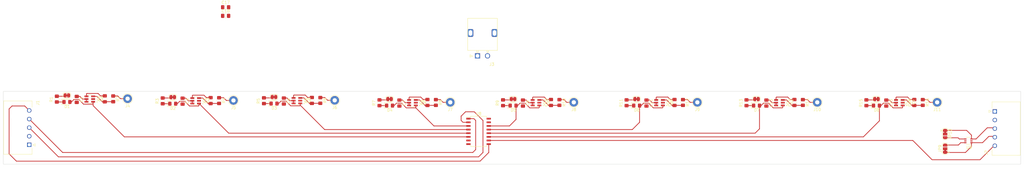
<source format=kicad_pcb>
(kicad_pcb (version 20221018) (generator pcbnew)
  (title_block (rev "v0.1") (company "Meow Wolf") (comment 1 "Daniel Bornhorst"))
  (layers (0 "F.Cu" signal) (31 "B.Cu" signal) (34 "B.Paste" user) (35 "F.Paste" user) (36 "B.SilkS" user "B.Silkscreen") (37 "F.SilkS" user "F.Silkscreen") (38 "B.Mask" user) (39 "F.Mask" user) (44 "Edge.Cuts" user))
  (net 0 "")
  (net 1 "VCC")
  (net 2 "GND")
  (net 3 "Net-(U1-SNSK)")
  (net 4 "Net-(U1-SNS)")
  (net 5 "Net-(D1-K)")
  (net 8 "Net-(J4-Pin_1)")
  (net 10 "Net-(JP1-A)")
  (net 11 "Net-(U2-SNSK)")
  (net 12 "Net-(U2-SNS)")
  (net 13 "Net-(U3-SNSK)")
  (net 14 "Net-(U3-SNS)")
  (net 15 "Net-(U4-SNSK)")
  (net 16 "Net-(U4-SNS)")
  (net 17 "Net-(U5-SNSK)")
  (net 18 "Net-(U5-SNS)")
  (net 19 "Net-(U6-SNSK)")
  (net 20 "Net-(U6-SNS)")
  (net 21 "Net-(U7-SNSK)")
  (net 22 "Net-(U7-SNS)")
  (net 23 "Net-(U10-SNSK)")
  (net 24 "Net-(U10-SNS)")
  (net 25 "TOUCH_1")
  (net 26 "Net-(D2-K)")
  (net 27 "TOUCH_2")
  (net 28 "Net-(D3-K)")
  (net 29 "TOUCH_3")
  (net 30 "Net-(D4-K)")
  (net 31 "TOUCH_4")
  (net 32 "Net-(D5-K)")
  (net 33 "TOUCH_5")
  (net 34 "Net-(D6-K)")
  (net 35 "TOUCH_6")
  (net 36 "Net-(D7-K)")
  (net 37 "TOUCH_7")
  (net 38 "Net-(D8-K)")
  (net 39 "TOUCH_8")
  (net 40 "+5V")
  (net 41 "CLK")
  (net 42 "~{LOAD}")
  (net 43 "SERIAL_OUT")
  (net 44 "CLK_OUT")
  (net 45 "SERIAL_IN")
  (net 46 "LOAD_OUT")
  (net 47 "Net-(J5-Pin_1)")
  (net 48 "Net-(J6-Pin_1)")
  (net 49 "Net-(J7-Pin_1)")
  (net 50 "Net-(J8-Pin_1)")
  (net 51 "Net-(J9-Pin_1)")
  (net 52 "Net-(J10-Pin_1)")
  (net 53 "Net-(J11-Pin_1)")
  (net 54 "Net-(JP2-A)")
  (net 55 "Net-(JP3-A)")
  (net 56 "Net-(JP4-A)")
  (net 57 "Net-(JP5-A)")
  (net 58 "Net-(JP6-A)")
  (net 59 "Net-(JP7-A)")
  (net 60 "Net-(JP8-A)")
  (net 61 "Net-(JP9-B)")
  (net 62 "Net-(JP10-B)")
  (footprint "Jumper:SolderJumper-2_P1.3mm_Bridged_RoundedPad1.0x1.5mm" (layer "F.Cu") (at 96.5478 90.144601)
    (fp_text reference "JP2" hide)
    (fp_text value "SolderJumper_2_Bridged" hide)
  )
  (footprint "LED_SMD:LED_0805_2012Metric_Pad1.15x1.40mm_HandSolder" (layer "F.Cu") (at 172.339 93.091)
    (fp_text reference "D4")
    (fp_text value "Touch_Indicator")
  )
  (footprint "0_sensor:AT42QT1010-TSGR_1" (layer "F.Cu") (at 139.954 91.3638 180)
    (fp_text reference "U3")
    (fp_text value "AT42QT1010")
  )
  (footprint "Connector_Pin:Pin_D1.3mm_L11.0mm_LooseFit" (layer "F.Cu") (at 153.162 91.2368)
    (fp_text reference "J6")
    (fp_text value "Electrode")
  )
  (footprint "0_connector:MOLEX_MICROFIT-RA-5POS_436500500" (layer "F.Cu") (at 46.388 106.798 -90)
    (fp_text reference "J1")
    (fp_text value "Molex Micro-Fit")
  )
  (footprint "Capacitor_SMD:C_0805_2012Metric_Pad1.18x1.45mm_HandSolder" (layer "F.Cu") (at 62.992 90.932 -90)
    (fp_text reference "C1")
    (fp_text value "0.1uF")
  )
  (footprint "0_sensor:AT42QT1010-TSGR_1" (layer "F.Cu") (at 308.61 92.075 180)
    (fp_text reference "U7")
    (fp_text value "AT42QT1010")
  )
  (footprint "Jumper:SolderJumper-2_P1.3mm_Bridged_RoundedPad1.0x1.5mm" (layer "F.Cu") (at 342.504 90.805001)
    (fp_text reference "JP8" hide)
    (fp_text value "SolderJumper_2_Bridged" hide)
  )
  (footprint "Capacitor_SMD:C_0805_2012Metric_Pad1.18x1.45mm_HandSolder" (layer "F.Cu") (at 99.9918 91.5416 -90)
    (fp_text reference "C3")
    (fp_text value "0.1uF")
  )
  (footprint "Capacitor_SMD:C_0805_2012Metric_Pad1.18x1.45mm_HandSolder" (layer "F.Cu") (at 313.8424 91.9988 90)
    (fp_text reference "C14")
    (fp_text value "22nF")
  )
  (footprint "Connector_Pin:Pin_D1.3mm_L11.0mm_LooseFit" (layer "F.Cu") (at 279.908 91.948)
    (fp_text reference "J9")
    (fp_text value "Electrode")
  )
  (footprint "Resistor_SMD:R_0805_2012Metric_Pad1.20x1.40mm_HandSolder" (layer "F.Cu") (at 56.0324 90.8304 -90)
    (fp_text reference "R1")
    (fp_text value "1K")
  )
  (footprint "Capacitor_SMD:C_0805_2012Metric_Pad1.18x1.45mm_HandSolder" (layer "F.Cu") (at 72.7964 90.7288 90)
    (fp_text reference "C2")
    (fp_text value "22nF")
  )
  (footprint "Package_SO:SOIC-16W_5.3x10.2mm_P1.27mm" (layer "F.Cu") (at 203.448 102.108)
    (fp_text reference "U8")
    (fp_text value "SN74HC165DR")
  )
  (footprint "Resistor_SMD:R_0805_2012Metric_Pad1.20x1.40mm_HandSolder" (layer "F.Cu") (at 358.6988 91.9988 -90)
    (fp_text reference "R16")
    (fp_text value "10K")
  )
  (footprint "Capacitor_SMD:C_0805_2012Metric_Pad1.18x1.45mm_HandSolder" (layer "F.Cu") (at 175.768 92.202 -90)
    (fp_text reference "C7")
    (fp_text value "0.1uF")
  )
  (footprint "Jumper:SolderJumper-2_P1.3mm_Bridged_RoundedPad1.0x1.5mm" (layer "F.Cu") (at 59.548 89.535)
    (fp_text reference "JP1" hide)
    (fp_text value "SolderJumper_2_Bridged" hide)
  )
  (footprint "Resistor_SMD:R_0805_2012Metric_Pad1.20x1.40mm_HandSolder" (layer "F.Cu") (at 297.0784 92.1004 -90)
    (fp_text reference "R13")
    (fp_text value "1K")
  )
  (footprint "Capacitor_SMD:C_0805_2012Metric_Pad1.18x1.45mm_HandSolder" (layer "F.Cu") (at 304.038 92.202 -90)
    (fp_text reference "C13")
    (fp_text value "0.1uF")
  )
  (footprint "Capacitor_SMD:C_0805_2012Metric_Pad1.18x1.45mm_HandSolder" (layer "F.Cu") (at 355.7524 91.9988 90)
    (fp_text reference "C16")
    (fp_text value "22nF")
  )
  (footprint "Jumper:SolderJumper-2_P1.3mm_Bridged_RoundedPad1.0x1.5mm" (layer "F.Cu") (at 215.504 90.805001)
    (fp_text reference "JP5" hide)
    (fp_text value "SolderJumper_2_Bridged" hide)
  )
  (footprint "Capacitor_SMD:C_0805_2012Metric_Pad1.18x1.45mm_HandSolder" (layer "F.Cu") (at 271.9324 91.9988 90)
    (fp_text reference "C12")
    (fp_text value "22nF")
  )
  (footprint "LED_SMD:LED_0805_2012Metric_Pad1.15x1.40mm_HandSolder" (layer "F.Cu") (at 131.953 92.3798)
    (fp_text reference "D3")
    (fp_text value "Touch_Indicator")
  )
  (footprint "Resistor_SMD:R_0805_2012Metric_Pad1.20x1.40mm_HandSolder" (layer "F.Cu") (at 211.9884 92.1004 -90)
    (fp_text reference "R9")
    (fp_text value "1K")
  )
  (footprint "Resistor_SMD:R_0805_2012Metric_Pad1.20x1.40mm_HandSolder" (layer "F.Cu") (at 93.0322 91.44 -90)
    (fp_text reference "R3")
    (fp_text value "1K")
  )
  (footprint "Resistor_SMD:R_0805_2012Metric_Pad1.20x1.40mm_HandSolder" (layer "F.Cu") (at 274.8788 91.9988 -90)
    (fp_text reference "R12")
    (fp_text value "10K")
  )
  (footprint "Connector_Pin:Pin_D1.3mm_L11.0mm_LooseFit" (layer "F.Cu") (at 117.7718 91.2876)
    (fp_text reference "J5")
    (fp_text value "Electrode")
  )
  (footprint "Resistor_SMD:R_0805_2012Metric_Pad1.20x1.40mm_HandSolder" (layer "F.Cu") (at 231.6988 91.9988 -90)
    (fp_text reference "R10")
    (fp_text value "10K")
  )
  (footprint "Resistor_SMD:R_0805_2012Metric_Pad1.20x1.40mm_HandSolder" (layer "F.Cu") (at 255.1684 92.1004 -90)
    (fp_text reference "R11")
    (fp_text value "1K")
  )
  (footprint "Resistor_SMD:R_0805_2012Metric_Pad1.20x1.40mm_HandSolder" (layer "F.Cu") (at 338.9884 92.1004 -90)
    (fp_text reference "R15")
    (fp_text value "1K")
  )
  (footprint "0_sensor:AT42QT1010-TSGR_1" (layer "F.Cu") (at 223.52 92.075 180)
    (fp_text reference "U5")
    (fp_text value "AT42QT1010")
  )
  (footprint "Capacitor_SMD:C_0805_2012Metric_Pad1.18x1.45mm_HandSolder" (layer "F.Cu") (at 145.1864 91.2876 90)
    (fp_text reference "C6")
    (fp_text value "22nF")
  )
  (footprint "Connector_Pin:Pin_D1.3mm_L11.0mm_LooseFit" (layer "F.Cu") (at 193.548 91.948)
    (fp_text reference "J7")
    (fp_text value "Electrode")
  )
  (footprint "Resistor_SMD:R_0805_2012Metric_Pad1.20x1.40mm_HandSolder" (layer "F.Cu") (at 168.8084 92.1004 -90)
    (fp_text reference "R7")
    (fp_text value "1K")
  )
  (footprint "Capacitor_SMD:C_0805_2012Metric_Pad1.18x1.45mm_HandSolder" (layer "F.Cu") (at 135.382 91.4908 -90)
    (fp_text reference "C5")
    (fp_text value "0.1uF")
  )
  (footprint "Connector_Pin:Pin_D1.3mm_L11.0mm_LooseFit" (layer "F.Cu") (at 80.772 90.678)
    (fp_text reference "J4")
    (fp_text value "Electrode")
  )
  (footprint "0_sensor:AT42QT1010-TSGR_1" (layer "F.Cu") (at 104.5638 91.4146 180)
    (fp_text reference "U2")
    (fp_text value "AT42QT1010")
  )
  (footprint "Capacitor_SMD:C_0805_2012Metric_Pad1.18x1.45mm_HandSolder" (layer "F.Cu") (at 228.7524 91.9988 90)
    (fp_text reference "C10")
    (fp_text value "22nF")
  )
  (footprint "Resistor_SMD:R_0805_2012Metric_Pad1.20x1.40mm_HandSolder" (layer "F.Cu") (at 148.1328 91.2876 -90)
    (fp_text reference "R6")
    (fp_text value "10K")
  )
  (footprint "Capacitor_SMD:C_0805_2012Metric_Pad1.18x1.45mm_HandSolder" (layer "F.Cu") (at 115.0405 58.712)
    (fp_text reference "C17")
    (fp_text value "0.1uF")
  )
  (footprint "Capacitor_SMD:C_0805_2012Metric_Pad1.18x1.45mm_HandSolder" (layer "F.Cu") (at 109.7962 91.3384 90)
    (fp_text reference "C4")
    (fp_text value "22nF")
  )
  (footprint "Resistor_SMD:R_0805_2012Metric_Pad1.20x1.40mm_HandSolder" (layer "F.Cu") (at 316.7888 91.9988 -90)
    (fp_text reference "R14")
    (fp_text value "10K")
  )
  (footprint "0_connector:MOLEX_ULTRAFIT-RA-2POS_1723104102" (layer "F.Cu") (at 204.613692 80.359849)
    (fp_text reference "J3")
    (fp_text value "Molex Ultra-Fit")
  )
  (footprint "0_sensor:AT42QT1010-TSGR_1" (layer "F.Cu") (at 350.52 92.075 180)
    (fp_text reference "U10")
    (fp_text value "AT42QT1010")
  )
  (footprint "Jumper:SolderJumper-3_P1.3mm_Bridged12_RoundedPad1.0x1.5mm" (layer "F.Cu") (at 366.522 108.174 90)
    (fp_text reference "JP9")
    (fp_text value "SolderJumper_3_Bridged12")
  )
  (footprint "Resistor_SMD:R_0805_2012Metric_Pad1.20x1.40mm_HandSolder" (layer "F.Cu") (at 112.7426 91.3384 -90)
    (fp_text reference "R4")
    (fp_text value "10K")
  )
  (footprint "0_integrated_circuits:74HCT2G34GW_125_SOT363" (layer "F.Cu") (at 374.65 105.41)
    (fp_text reference "U9")
    (fp_text value "74HCT2G34GW_125")
  )
  (footprint "Capacitor_SMD:C_0805_2012Metric_Pad1.18x1.45mm_HandSolder" (layer "F.Cu") (at 115.0405 61.722)
    (fp_text reference "C18")
    (fp_text value "0.1uF")
  )
  (footprint "Jumper:SolderJumper-2_P1.3mm_Bridged_RoundedPad1.0x1.5mm" (layer "F.Cu") (at 258.684 90.805001)
    (fp_text reference "JP6" hide)
    (fp_text value "SolderJumper_2_Bridged" hide)
  )
  (footprint "0_connector:MOLEX_MICROFIT-RA-5POS_436500500" (layer "F.Cu") (at 383.888 95.132 90)
    (fp_text reference "J2")
    (fp_text value "Molex Micro-Fit")
  )
  (footprint "LED_SMD:LED_0805_2012Metric_Pad1.15x1.40mm_HandSolder" (layer "F.Cu") (at 59.563 91.821)
    (fp_text reference "D1")
    (fp_text value "Touch_Indicator")
  )
  (footprint "0_sensor:AT42QT1010-TSGR_1" (layer "F.Cu") (at 67.564 90.805 180)
    (fp_text reference "U1")
    (fp_text value "AT42QT1010")
  )
  (footprint "Connector_Pin:Pin_D1.3mm_L11.0mm_LooseFit" (layer "F.Cu") (at 321.818 91.948)
    (fp_text reference "J10")
    (fp_text value "Electrode")
  )
  (footprint "Resistor_SMD:R_0805_2012Metric_Pad1.20x1.40mm_HandSolder" (layer "F.Cu") (at 188.5188 91.9988 -90)
    (fp_text reference "R8")
    (fp_text value "10K")
  )
  (footprint "Connector_Pin:Pin_D1.3mm_L11.0mm_LooseFit" (layer "F.Cu") (at 363.728 91.948)
    (fp_text reference "J11")
    (fp_text value "Electrode")
  )
  (footprint "Jumper:SolderJumper-3_P1.3mm_Bridged12_RoundedPad1.0x1.5mm" (layer "F.Cu") (at 366.522 103.034 -90)
    (fp_text reference "JP10")
    (fp_text value "SolderJumper_3_Bridged12")
  )
  (footprint "Jumper:SolderJumper-2_P1.3mm_Bridged_RoundedPad1.0x1.5mm" (layer "F.Cu") (at 172.324 90.805001)
    (fp_text reference "JP4" hide)
    (fp_text value "SolderJumper_2_Bridged" hide)
  )
  (footprint "LED_SMD:LED_0805_2012Metric_Pad1.15x1.40mm_HandSolder" (layer "F.Cu") (at 342.519 93.091)
    (fp_text reference "D8")
    (fp_text value "Touch_Indicator")
  )
  (footprint "Capacitor_SMD:C_0805_2012Metric_Pad1.18x1.45mm_HandSolder" (layer "F.Cu") (at 262.128 92.202 -90)
    (fp_text reference "C11")
    (fp_text value "0.1uF")
  )
  (footprint "0_sensor:AT42QT1010-TSGR_1" (layer "F.Cu") (at 180.34 92.075 180)
    (fp_text reference "U4")
    (fp_text value "AT42QT1010")
  )
  (footprint "0_sensor:AT42QT1010-TSGR_1" (layer "F.Cu") (at 266.7 92.075 180)
    (fp_text reference "U6")
    (fp_text value "AT42QT1010")
  )
  (footprint "Capacitor_SMD:C_0805_2012Metric_Pad1.18x1.45mm_HandSolder" (layer "F.Cu") (at 185.5724 91.9988 90)
    (fp_text reference "C8")
    (fp_text value "22nF")
  )
  (footprint "LED_SMD:LED_0805_2012Metric_Pad1.15x1.40mm_HandSolder" (layer "F.Cu") (at 258.699 93.091)
    (fp_text reference "D6")
    (fp_text value "Touch_Indicator")
  )
  (footprint "Resistor_SMD:R_0805_2012Metric_Pad1.20x1.40mm_HandSolder" (layer "F.Cu") (at 128.4224 91.3892 -90)
    (fp_text reference "R5")
    (fp_text value "1K")
  )
  (footprint "Jumper:SolderJumper-2_P1.3mm_Bridged_RoundedPad1.0x1.5mm" (layer "F.Cu") (at 131.938 90.093801)
    (fp_text reference "JP3" hide)
    (fp_text value "SolderJumper_2_Bridged" hide)
  )
  (footprint "Capacitor_SMD:C_0805_2012Metric_Pad1.18x1.45mm_HandSolder" (layer "F.Cu") (at 345.948 92.202 -90)
    (fp_text reference "C15")
    (fp_text value "0.1uF")
  )
  (footprint "LED_SMD:LED_0805_2012Metric_Pad1.15x1.40mm_HandSolder" (layer "F.Cu") (at 96.5628 92.4306)
    (fp_text reference "D2")
    (fp_text value "Touch_Indicator")
  )
  (footprint "LED_SMD:LED_0805_2012Metric_Pad1.15x1.40mm_HandSolder" (layer "F.Cu") (at 215.519 93.091)
    (fp_text reference "D5")
    (fp_text value "Touch_Indicator")
  )
  (footprint "Resistor_SMD:R_0805_2012Metric_Pad1.20x1.40mm_HandSolder" (layer "F.Cu") (at 75.7428 90.7288 -90)
    (fp_text reference "R2")
    (fp_text value "10K")
  )
  (footprint "Capacitor_SMD:C_0805_2012Metric_Pad1.18x1.45mm_HandSolder" (layer "F.Cu") (at 218.948 92.202 -90)
    (fp_text reference "C9")
    (fp_text value "0.1uF")
  )
  (footprint "LED_SMD:LED_0805_2012Metric_Pad1.15x1.40mm_HandSolder" (layer "F.Cu") (at 300.609 93.091)
    (fp_text reference "D7")
    (fp_text value "Touch_Indicator")
  )
  (footprint "Connector_Pin:Pin_D1.3mm_L11.0mm_LooseFit" (layer "F.Cu") (at 236.728 91.948)
    (fp_text reference "J8")
    (fp_text value "Electrode")
  )
  (footprint "Jumper:SolderJumper-2_P1.3mm_Bridged_RoundedPad1.0x1.5mm" (layer "F.Cu") (at 300.594 90.805001)
    (fp_text reference "JP7" hide)
    (fp_text value "SolderJumper_2_Bridged" hide)
  )
  (gr_rect (start 37.338 88.138) (end 392.938 113.538) (stroke (width 0.1)) (fill none) (layer "Edge.Cuts"))
  (segment (start 263.2495 91.1645) (end 264.16 92.075) (width 0.254) (layer "F.Cu") (net 1))
  (segment (start 218.948 91.1645) (end 220.0695 91.1645) (width 0.254) (layer "F.Cu") (net 1))
  (segment (start 220.98 92.075) (end 222.35 92.075) (width 0.254) (layer "F.Cu") (net 1))
  (segment (start 179.17 92.075) (end 179.17 93.025) (width 0.254) (layer "F.Cu") (net 1))
  (segment (start 177.8 92.075) (end 179.17 92.075) (width 0.254) (layer "F.Cu") (net 1))
  (segment (start 305.1595 91.1645) (end 306.07 92.075) (width 0.254) (layer "F.Cu") (net 1))
  (segment (start 307.44 92.075) (end 307.44 93.025) (width 0.254) (layer "F.Cu") (net 1))
  (segment (start 265.53 92.075) (end 265.53 93.025) (width 0.254) (layer "F.Cu") (net 1))
  (segment (start 66.394 90.805) (end 66.394 91.755) (width 0.254) (layer "F.Cu") (net 1))
  (segment (start 103.3938 91.4146) (end 103.3938 92.3646) (width 0.254) (layer "F.Cu") (net 1))
  (segment (start 64.1135 89.8945) (end 65.024 90.805) (width 0.254) (layer "F.Cu") (net 1))
  (segment (start 102.0238 91.4146) (end 103.3938 91.4146) (width 0.254) (layer "F.Cu") (net 1))
  (segment (start 99.9918 90.5041) (end 101.1133 90.5041) (width 0.254) (layer "F.Cu") (net 1))
  (segment (start 306.07 92.075) (end 307.44 92.075) (width 0.254) (layer "F.Cu") (net 1))
  (segment (start 138.784 91.3638) (end 138.784 92.3138) (width 0.254) (layer "F.Cu") (net 1))
  (segment (start 347.0695 91.1645) (end 347.98 92.075) (width 0.254) (layer "F.Cu") (net 1))
  (segment (start 304.038 91.1645) (end 305.1595 91.1645) (width 0.254) (layer "F.Cu") (net 1))
  (segment (start 101.1133 90.5041) (end 102.0238 91.4146) (width 0.254) (layer "F.Cu") (net 1))
  (segment (start 222.35 92.075) (end 222.35 93.025) (width 0.254) (layer "F.Cu") (net 1))
  (segment (start 220.0695 91.1645) (end 220.98 92.075) (width 0.254) (layer "F.Cu") (net 1))
  (segment (start 175.768 91.1645) (end 176.8895 91.1645) (width 0.254) (layer "F.Cu") (net 1))
  (segment (start 62.992 89.8945) (end 64.1135 89.8945) (width 0.254) (layer "F.Cu") (net 1))
  (segment (start 347.98 92.075) (end 349.35 92.075) (width 0.254) (layer "F.Cu") (net 1))
  (segment (start 176.8895 91.1645) (end 177.8 92.075) (width 0.254) (layer "F.Cu") (net 1))
  (segment (start 349.35 92.075) (end 349.35 93.025) (width 0.254) (layer "F.Cu") (net 1))
  (segment (start 264.16 92.075) (end 265.53 92.075) (width 0.254) (layer "F.Cu") (net 1))
  (segment (start 65.024 90.805) (end 66.394 90.805) (width 0.254) (layer "F.Cu") (net 1))
  (segment (start 135.382 90.4533) (end 136.5035 90.4533) (width 0.254) (layer "F.Cu") (net 1))
  (segment (start 137.414 91.3638) (end 138.784 91.3638) (width 0.254) (layer "F.Cu") (net 1))
  (segment (start 136.5035 90.4533) (end 137.414 91.3638) (width 0.254) (layer "F.Cu") (net 1))
  (segment (start 345.948 91.1645) (end 347.0695 91.1645) (width 0.254) (layer "F.Cu") (net 1))
  (segment (start 262.128 91.1645) (end 263.2495 91.1645) (width 0.254) (layer "F.Cu") (net 1))
  (segment (start 72.7964 91.7663) (end 71.9543 91.7663) (width 0.254) (layer "F.Cu") (net 3))
  (segment (start 71.9543 91.7663) (end 70.043 89.855) (width 0.254) (layer "F.Cu") (net 3))
  (segment (start 75.7428 91.7288) (end 72.8339 91.7288) (width 0.254) (layer "F.Cu") (net 3))
  (segment (start 70.043 89.855) (end 68.734 89.855) (width 0.254) (layer "F.Cu") (net 3))
  (segment (start 72.8339 91.7288) (end 72.7964 91.7663) (width 0.254) (layer "F.Cu") (net 3))
  (segment (start 70.4596 88.8492) (end 66.548 88.8492) (width 0.254) (layer "F.Cu") (net 4))
  (segment (start 66.394 89.0032) (end 66.394 89.855) (width 0.254) (layer "F.Cu") (net 4))
  (segment (start 66.548 88.8492) (end 66.394 89.0032) (width 0.254) (layer "F.Cu") (net 4))
  (segment (start 72.7964 89.6913) (end 71.3017 89.6913) (width 0.254) (layer "F.Cu") (net 4))
  (segment (start 71.3017 89.6913) (end 70.4596 88.8492) (width 0.254) (layer "F.Cu") (net 4))
  (segment (start 58.538 91.821) (end 56.0418 91.821) (width 0.254) (layer "F.Cu") (net 5))
  (segment (start 56.0418 91.821) (end 56.0324 91.8304) (width 0.254) (layer "F.Cu") (net 5))
  (segment (start 78.2828 90.678) (end 80.772 90.678) (width 0.254) (layer "F.Cu") (net 8))
  (segment (start 77.3336 89.7288) (end 78.2828 90.678) (width 0.254) (layer "F.Cu") (net 8))
  (segment (start 75.7428 89.7288) (end 77.3336 89.7288) (width 0.254) (layer "F.Cu") (net 8))
  (segment (start 56.0324 89.8304) (end 58.6026 89.8304) (width 0.254) (layer "F.Cu") (net 10))
  (segment (start 58.6026 89.8304) (end 58.898 89.535) (width 0.254) (layer "F.Cu") (net 10))
  (segment (start 108.9541 92.3759) (end 107.0428 90.4646) (width 0.254) (layer "F.Cu") (net 11))
  (segment (start 109.8337 92.3384) (end 109.7962 92.3759) (width 0.254) (layer "F.Cu") (net 11))
  (segment (start 112.7426 92.3384) (end 109.8337 92.3384) (width 0.254) (layer "F.Cu") (net 11))
  (segment (start 109.7962 92.3759) (end 108.9541 92.3759) (width 0.254) (layer "F.Cu") (net 11))
  (segment (start 107.0428 90.4646) (end 105.7338 90.4646) (width 0.254) (layer "F.Cu") (net 11))
  (segment (start 109.7962 90.3009) (end 108.3015 90.3009) (width 0.254) (layer "F.Cu") (net 12))
  (segment (start 103.5478 89.4588) (end 103.3938 89.6128) (width 0.254) (layer "F.Cu") (net 12))
  (segment (start 108.3015 90.3009) (end 107.4594 89.4588) (width 0.254) (layer "F.Cu") (net 12))
  (segment (start 103.3938 89.6128) (end 103.3938 90.4646) (width 0.254) (layer "F.Cu") (net 12))
  (segment (start 107.4594 89.4588) (end 103.5478 89.4588) (width 0.254) (layer "F.Cu") (net 12))
  (segment (start 144.3443 92.3251) (end 142.433 90.4138) (width 0.254) (layer "F.Cu") (net 13))
  (segment (start 145.1864 92.3251) (end 144.3443 92.3251) (width 0.254) (layer "F.Cu") (net 13))
  (segment (start 145.2239 92.2876) (end 145.1864 92.3251) (width 0.254) (layer "F.Cu") (net 13))
  (segment (start 142.433 90.4138) (end 141.124 90.4138) (width 0.254) (layer "F.Cu") (net 13))
  (segment (start 148.1328 92.2876) (end 145.2239 92.2876) (width 0.254) (layer "F.Cu") (net 13))
  (segment (start 138.784 89.562) (end 138.784 90.4138) (width 0.254) (layer "F.Cu") (net 14))
  (segment (start 145.1864 90.2501) (end 143.6917 90.2501) (width 0.254) (layer "F.Cu") (net 14))
  (segment (start 143.6917 90.2501) (end 142.8496 89.408) (width 0.254) (layer "F.Cu") (net 14))
  (segment (start 142.8496 89.408) (end 138.938 89.408) (width 0.254) (layer "F.Cu") (net 14))
  (segment (start 138.938 89.408) (end 138.784 89.562) (width 0.254) (layer "F.Cu") (net 14))
  (segment (start 188.5188 92.9988) (end 185.6099 92.9988) (width 0.254) (layer "F.Cu") (net 15))
  (segment (start 184.7303 93.0363) (end 182.819 91.125) (width 0.254) (layer "F.Cu") (net 15))
  (segment (start 182.819 91.125) (end 181.51 91.125) (width 0.254) (layer "F.Cu") (net 15))
  (segment (start 185.6099 92.9988) (end 185.5724 93.0363) (width 0.254) (layer "F.Cu") (net 15))
  (segment (start 185.5724 93.0363) (end 184.7303 93.0363) (width 0.254) (layer "F.Cu") (net 15))
  (segment (start 179.17 90.2732) (end 179.17 91.125) (width 0.254) (layer "F.Cu") (net 16))
  (segment (start 185.5724 90.9613) (end 184.0777 90.9613) (width 0.254) (layer "F.Cu") (net 16))
  (segment (start 183.2356 90.1192) (end 179.324 90.1192) (width 0.254) (layer "F.Cu") (net 16))
  (segment (start 184.0777 90.9613) (end 183.2356 90.1192) (width 0.254) (layer "F.Cu") (net 16))
  (segment (start 179.324 90.1192) (end 179.17 90.2732) (width 0.254) (layer "F.Cu") (net 16))
  (segment (start 228.7899 92.9988) (end 228.7524 93.0363) (width 0.254) (layer "F.Cu") (net 17))
  (segment (start 225.999 91.125) (end 224.69 91.125) (width 0.254) (layer "F.Cu") (net 17))
  (segment (start 231.6988 92.9988) (end 228.7899 92.9988) (width 0.254) (layer "F.Cu") (net 17))
  (segment (start 228.7524 93.0363) (end 227.9103 93.0363) (width 0.254) (layer "F.Cu") (net 17))
  (segment (start 227.9103 93.0363) (end 225.999 91.125) (width 0.254) (layer "F.Cu") (net 17))
  (segment (start 222.35 90.2732) (end 222.35 91.125) (width 0.254) (layer "F.Cu") (net 18))
  (segment (start 222.504 90.1192) (end 222.35 90.2732) (width 0.254) (layer "F.Cu") (net 18))
  (segment (start 226.4156 90.1192) (end 222.504 90.1192) (width 0.254) (layer "F.Cu") (net 18))
  (segment (start 228.7524 90.9613) (end 227.2577 90.9613) (width 0.254) (layer "F.Cu") (net 18))
  (segment (start 227.2577 90.9613) (end 226.4156 90.1192) (width 0.254) (layer "F.Cu") (net 18))
  (segment (start 271.9324 93.0363) (end 271.0903 93.0363) (width 0.254) (layer "F.Cu") (net 19))
  (segment (start 271.0903 93.0363) (end 269.179 91.125) (width 0.254) (layer "F.Cu") (net 19))
  (segment (start 269.179 91.125) (end 267.87 91.125) (width 0.254) (layer "F.Cu") (net 19))
  (segment (start 274.8788 92.9988) (end 271.9699 92.9988) (width 0.254) (layer "F.Cu") (net 19))
  (segment (start 271.9699 92.9988) (end 271.9324 93.0363) (width 0.254) (layer "F.Cu") (net 19))
  (segment (start 269.5956 90.1192) (end 265.684 90.1192) (width 0.254) (layer "F.Cu") (net 20))
  (segment (start 271.9324 90.9613) (end 270.4377 90.9613) (width 0.254) (layer "F.Cu") (net 20))
  (segment (start 265.684 90.1192) (end 265.53 90.2732) (width 0.254) (layer "F.Cu") (net 20))
  (segment (start 270.4377 90.9613) (end 269.5956 90.1192) (width 0.254) (layer "F.Cu") (net 20))
  (segment (start 265.53 90.2732) (end 265.53 91.125) (width 0.254) (layer "F.Cu") (net 20))
  (segment (start 311.089 91.125) (end 309.78 91.125) (width 0.254) (layer "F.Cu") (net 21))
  (segment (start 313.8424 93.0363) (end 313.0003 93.0363) (width 0.254) (layer "F.Cu") (net 21))
  (segment (start 316.7888 92.9988) (end 313.8799 92.9988) (width 0.254) (layer "F.Cu") (net 21))
  (segment (start 313.0003 93.0363) (end 311.089 91.125) (width 0.254) (layer "F.Cu") (net 21))
  (segment (start 313.8799 92.9988) (end 313.8424 93.0363) (width 0.254) (layer "F.Cu") (net 21))
  (segment (start 307.44 90.2732) (end 307.44 91.125) (width 0.254) (layer "F.Cu") (net 22))
  (segment (start 313.8424 90.9613) (end 312.3477 90.9613) (width 0.254) (layer "F.Cu") (net 22))
  (segment (start 312.3477 90.9613) (end 311.5056 90.1192) (width 0.254) (layer "F.Cu") (net 22))
  (segment (start 307.594 90.1192) (end 307.44 90.2732) (width 0.254) (layer "F.Cu") (net 22))
  (segment (start 311.5056 90.1192) (end 307.594 90.1192) (width 0.254) (layer "F.Cu") (net 22))
  (segment (start 355.7899 92.9988) (end 355.7524 93.0363) (width 0.254) (layer "F.Cu") (net 23))
  (segment (start 358.6988 92.9988) (end 355.7899 92.9988) (width 0.254) (layer "F.Cu") (net 23))
  (segment (start 352.999 91.125) (end 351.69 91.125) (width 0.254) (layer "F.Cu") (net 23))
  (segment (start 354.9103 93.0363) (end 352.999 91.125) (width 0.254) (layer "F.Cu") (net 23))
  (segment (start 355.7524 93.0363) (end 354.9103 93.0363) (width 0.254) (layer "F.Cu") (net 23))
  (segment (start 355.7524 90.9613) (end 354.2577 90.9613) (width 0.254) (layer "F.Cu") (net 24))
  (segment (start 349.35 90.2732) (end 349.35 91.125) (width 0.254) (layer "F.Cu") (net 24))
  (segment (start 353.4156 90.1192) (end 349.504 90.1192) (width 0.254) (layer "F.Cu") (net 24))
  (segment (start 354.2577 90.9613) (end 353.4156 90.1192) (width 0.254) (layer "F.Cu") (net 24))
  (segment (start 349.504 90.1192) (end 349.35 90.2732) (width 0.254) (layer "F.Cu") (net 24))
  (segment (start 344.0938 93.091) (end 343.544 93.091) (width 0.254) (layer "F.Cu") (net 25))
  (segment (start 337.947 104.013) (end 343.544 98.416) (width 0.254) (layer "F.Cu") (net 25))
  (segment (start 351.4852 93.8784) (end 348.3356 93.8784) (width 0.254) (layer "F.Cu") (net 25))
  (segment (start 343.544 98.416) (end 343.544 93.091) (width 0.254) (layer "F.Cu") (net 25))
  (segment (start 344.932 92.2528) (end 344.0938 93.091) (width 0.254) (layer "F.Cu") (net 25))
  (segment (start 348.3356 93.8784) (end 346.71 92.2528) (width 0.254) (layer "F.Cu") (net 25))
  (segment (start 206.998 104.013) (end 337.947 104.013) (width 0.254) (layer "F.Cu") (net 25))
  (segment (start 346.71 92.2528) (end 344.932 92.2528) (width 0.254) (layer "F.Cu") (net 25))
  (segment (start 351.69 93.6736) (end 351.4852 93.8784) (width 0.254) (layer "F.Cu") (net 25))
  (segment (start 351.69 93.025) (end 351.69 93.6736) (width 0.254) (layer "F.Cu") (net 25))
  (segment (start 95.5378 92.4306) (end 93.0416 92.4306) (width 0.254) (layer "F.Cu") (net 26))
  (segment (start 93.0416 92.4306) (end 93.0322 92.44) (width 0.254) (layer "F.Cu") (net 26))
  (segment (start 301.634 101.21) (end 301.634 93.091) (width 0.254) (layer "F.Cu") (net 27))
  (segment (start 303.022 92.2528) (end 302.1838 93.091) (width 0.254) (layer "F.Cu") (net 27))
  (segment (start 304.8 92.2528) (end 303.022 92.2528) (width 0.254) (layer "F.Cu") (net 27))
  (segment (start 302.1838 93.091) (end 301.634 93.091) (width 0.254) (layer "F.Cu") (net 27))
  (segment (start 206.998 102.743) (end 300.101 102.743) (width 0.254) (layer "F.Cu") (net 27))
  (segment (start 309.78 93.6736) (end 309.5752 93.8784) (width 0.254) (layer "F.Cu") (net 27))
  (segment (start 309.5752 93.8784) (end 306.4256 93.8784) (width 0.254) (layer "F.Cu") (net 27))
  (segment (start 309.78 93.025) (end 309.78 93.6736) (width 0.254) (layer "F.Cu") (net 27))
  (segment (start 306.4256 93.8784) (end 304.8 92.2528) (width 0.254) (layer "F.Cu") (net 27))
  (segment (start 300.101 102.743) (end 301.634 101.21) (width 0.254) (layer "F.Cu") (net 27))
  (segment (start 128.4318 92.3798) (end 128.4224 92.3892) (width 0.254) (layer "F.Cu") (net 28))
  (segment (start 130.928 92.3798) (end 128.4318 92.3798) (width 0.254) (layer "F.Cu") (net 28))
  (segment (start 267.6652 93.8784) (end 264.5156 93.8784) (width 0.254) (layer "F.Cu") (net 29))
  (segment (start 260.2738 93.091) (end 259.724 93.091) (width 0.254) (layer "F.Cu") (net 29))
  (segment (start 262.89 92.2528) (end 261.112 92.2528) (width 0.254) (layer "F.Cu") (net 29))
  (segment (start 257.175 101.473) (end 259.724 98.924) (width 0.254) (layer "F.Cu") (net 29))
  (segment (start 206.998 101.473) (end 257.175 101.473) (width 0.254) (layer "F.Cu") (net 29))
  (segment (start 264.5156 93.8784) (end 262.89 92.2528) (width 0.254) (layer "F.Cu") (net 29))
  (segment (start 259.724 98.924) (end 259.724 93.091) (width 0.254) (layer "F.Cu") (net 29))
  (segment (start 267.87 93.025) (end 267.87 93.6736) (width 0.254) (layer "F.Cu") (net 29))
  (segment (start 267.87 93.6736) (end 267.6652 93.8784) (width 0.254) (layer "F.Cu") (net 29))
  (segment (start 261.112 92.2528) (end 260.2738 93.091) (width 0.254) (layer "F.Cu") (net 29))
  (segment (start 168.8178 93.091) (end 168.8084 93.1004) (width 0.254) (layer "F.Cu") (net 30))
  (segment (start 171.314 93.091) (end 168.8178 93.091) (width 0.254) (layer "F.Cu") (net 30))
  (segment (start 206.998 100.203) (end 214.249 100.203) (width 0.254) (layer "F.Cu") (net 31))
  (segment (start 224.69 93.6736) (end 224.4852 93.8784) (width 0.254) (layer "F.Cu") (net 31))
  (segment (start 216.544 97.908) (end 216.544 93.091) (width 0.254) (layer "F.Cu") (net 31))
  (segment (start 221.3356 93.8784) (end 219.71 92.2528) (width 0.254) (layer "F.Cu") (net 31))
  (segment (start 219.71 92.2528) (end 217.932 92.2528) (width 0.254) (layer "F.Cu") (net 31))
  (segment (start 224.4852 93.8784) (end 221.3356 93.8784) (width 0.254) (layer "F.Cu") (net 31))
  (segment (start 217.0938 93.091) (end 216.544 93.091) (width 0.254) (layer "F.Cu") (net 31))
  (segment (start 224.69 93.025) (end 224.69 93.6736) (width 0.254) (layer "F.Cu") (net 31))
  (segment (start 217.932 92.2528) (end 217.0938 93.091) (width 0.254) (layer "F.Cu") (net 31))
  (segment (start 214.249 100.203) (end 216.544 97.908) (width 0.254) (layer "F.Cu") (net 31))
  (segment (start 211.9978 93.091) (end 211.9884 93.1004) (width 0.254) (layer "F.Cu") (net 32))
  (segment (start 214.494 93.091) (end 211.9978 93.091) (width 0.254) (layer "F.Cu") (net 32))
  (segment (start 181.3052 93.8784) (end 178.1556 93.8784) (width 0.254) (layer "F.Cu") (net 33))
  (segment (start 178.1556 93.8784) (end 176.53 92.2528) (width 0.254) (layer "F.Cu") (net 33))
  (segment (start 181.51 93.025) (end 181.51 93.6736) (width 0.254) (layer "F.Cu") (net 33))
  (segment (start 173.9138 93.091) (end 173.364 93.091) (width 0.254) (layer "F.Cu") (net 33))
  (segment (start 176.53 92.2528) (end 174.752 92.2528) (width 0.254) (layer "F.Cu") (net 33))
  (segment (start 181.51 93.6736) (end 181.3052 93.8784) (width 0.254) (layer "F.Cu") (net 33))
  (segment (start 174.752 92.2528) (end 173.9138 93.091) (width 0.254) (layer "F.Cu") (net 33))
  (segment (start 187.833 100.203) (end 199.898 100.203) (width 0.254) (layer "F.Cu") (net 33))
  (segment (start 181.51 93.025) (end 181.51 93.88) (width 0.254) (layer "F.Cu") (net 33))
  (segment (start 181.51 93.88) (end 187.833 100.203) (width 0.254) (layer "F.Cu") (net 33))
  (segment (start 255.1778 93.091) (end 255.1684 93.1004) (width 0.254) (layer "F.Cu") (net 34))
  (segment (start 257.674 93.091) (end 255.1778 93.091) (width 0.254) (layer "F.Cu") (net 34))
  (segment (start 137.7696 93.1672) (end 136.144 91.5416) (width 0.254) (layer "F.Cu") (net 35))
  (segment (start 140.9192 93.1672) (end 137.7696 93.1672) (width 0.254) (layer "F.Cu") (net 35))
  (segment (start 141.124 92.9624) (end 140.9192 93.1672) (width 0.254) (layer "F.Cu") (net 35))
  (segment (start 134.366 91.5416) (end 133.5278 92.3798) (width 0.254) (layer "F.Cu") (net 35))
  (segment (start 141.124 92.3138) (end 141.124 92.9624) (width 0.254) (layer "F.Cu") (net 35))
  (segment (start 149.6346 101.473) (end 199.898 101.473) (width 0.254) (layer "F.Cu") (net 35))
  (segment (start 133.5278 92.3798) (end 132.978 92.3798) (width 0.254) (layer "F.Cu") (net 35))
  (segment (start 141.124 92.9624) (end 149.6346 101.473) (width 0.254) (layer "F.Cu") (net 35))
  (segment (start 136.144 91.5416) (end 134.366 91.5416) (width 0.254) (layer "F.Cu") (net 35))
  (segment (start 297.0878 93.091) (end 297.0784 93.1004) (width 0.254) (layer "F.Cu") (net 36))
  (segment (start 299.584 93.091) (end 297.0878 93.091) (width 0.254) (layer "F.Cu") (net 36))
  (segment (start 98.9758 91.5924) (end 98.1376 92.4306) (width 0.254) (layer "F.Cu") (net 37))
  (segment (start 105.7338 93.0132) (end 105.529 93.218) (width 0.254) (layer "F.Cu") (net 37))
  (segment (start 100.7538 91.5924) (end 98.9758 91.5924) (width 0.254) (layer "F.Cu") (net 37))
  (segment (start 105.7338 92.3646) (end 105.7338 93.0132) (width 0.254) (layer "F.Cu") (net 37))
  (segment (start 105.529 93.218) (end 102.3794 93.218) (width 0.254) (layer "F.Cu") (net 37))
  (segment (start 102.3794 93.218) (end 100.7538 91.5924) (width 0.254) (layer "F.Cu") (net 37))
  (segment (start 116.1122 102.743) (end 199.898 102.743) (width 0.254) (layer "F.Cu") (net 37))
  (segment (start 105.7338 92.3646) (end 116.1122 102.743) (width 0.254) (layer "F.Cu") (net 37))
  (segment (start 98.1376 92.4306) (end 97.5878 92.4306) (width 0.254) (layer "F.Cu") (net 37))
  (segment (start 341.494 93.091) (end 338.9978 93.091) (width 0.254) (layer "F.Cu") (net 38))
  (segment (start 338.9978 93.091) (end 338.9884 93.1004) (width 0.254) (layer "F.Cu") (net 38))
  (segment (start 199.898 104.013) (end 79.629 104.013) (width 0.254) (layer "F.Cu") (net 39))
  (segment (start 68.734 92.4036) (end 68.5292 92.6084) (width 0.254) (layer "F.Cu") (net 39))
  (segment (start 61.1378 91.821) (end 60.588 91.821) (width 0.254) (layer "F.Cu") (net 39))
  (segment (start 68.734 93.118) (end 68.734 92.4036) (width 0.254) (layer "F.Cu") (net 39))
  (segment (start 68.734 91.755) (end 68.734 92.4036) (width 0.254) (layer "F.Cu") (net 39))
  (segment (start 61.976 90.9828) (end 61.1378 91.821) (width 0.254) (layer "F.Cu") (net 39))
  (segment (start 79.629 104.013) (end 68.734 93.118) (width 0.254) (layer "F.Cu") (net 39))
  (segment (start 65.3796 92.6084) (end 63.754 90.9828) (width 0.254) (layer "F.Cu") (net 39))
  (segment (start 63.754 90.9828) (end 61.976 90.9828) (width 0.254) (layer "F.Cu") (net 39))
  (segment (start 68.5292 92.6084) (end 65.3796 92.6084) (width 0.254) (layer "F.Cu") (net 39))
  (segment (start 46.388 100.798) (end 56.588 110.998) (width 0.254) (layer "F.Cu") (net 41))
  (segment (start 56.588 110.998) (end 203.454 110.998) (width 0.254) (layer "F.Cu") (net 41))
  (segment (start 198.882 95.25) (end 197.358 96.774) (width 0.254) (layer "F.Cu") (net 41))
  (segment (start 204.978 98.298) (end 201.93 95.25) (width 0.254) (layer "F.Cu") (net 41))
  (segment (start 204.978 109.474) (end 204.978 98.298) (width 0.254) (layer "F.Cu") (net 41))
  (segment (start 203.454 110.998) (end 204.978 109.474) (width 0.254) (layer "F.Cu") (net 41))
  (segment (start 197.358 96.774) (end 197.358 98.298) (width 0.254) (layer "F.Cu") (net 41))
  (segment (start 201.93 95.25) (end 198.882 95.25) (width 0.254) (layer "F.Cu") (net 41))
  (segment (start 197.358 98.298) (end 197.993 98.933) (width 0.254) (layer "F.Cu") (net 41))
  (segment (start 197.993 98.933) (end 199.898 98.933) (width 0.254) (layer "F.Cu") (net 41))
  (segment (start 58.064 109.474) (end 201.422 109.474) (width 0.254) (layer "F.Cu") (net 42))
  (segment (start 202.438 98.298) (end 201.803 97.663) (width 0.254) (layer "F.Cu") (net 42))
  (segment (start 201.803 97.663) (end 199.898 97.663) (width 0.254) (layer "F.Cu") (net 42))
  (segment (start 201.422 109.474) (end 202.438 108.458) (width 0.254) (layer "F.Cu") (net 42))
  (segment (start 46.388 97.798) (end 58.064 109.474) (width 0.254) (layer "F.Cu") (net 42))
  (segment (start 202.438 108.458) (end 202.438 98.298) (width 0.254) (layer "F.Cu") (net 42))
  (segment (start 44.808 93.218) (end 40.386 93.218) (width 0.254) (layer "F.Cu") (net 43))
  (segment (start 203.962 112.522) (end 207.01 109.474) (width 0.254) (layer "F.Cu") (net 43))
  (segment (start 40.386 93.218) (end 39.37 94.234) (width 0.254) (layer "F.Cu") (net 43))
  (segment (start 39.37 94.234) (end 39.37 109.982) (width 0.254) (layer "F.Cu") (net 43))
  (segment (start 41.91 112.522) (end 203.962 112.522) (width 0.254) (layer "F.Cu") (net 43))
  (segment (start 207.01 109.474) (end 206.998 109.462) (width 0.254) (layer "F.Cu") (net 43))
  (segment (start 39.37 109.982) (end 41.91 112.522) (width 0.254) (layer "F.Cu") (net 43))
  (segment (start 46.388 94.798) (end 44.808 93.218) (width 0.254) (layer "F.Cu") (net 43))
  (segment (start 206.998 109.462) (end 206.998 106.553) (width 0.254) (layer "F.Cu") (net 43))
  (segment (start 375.7168 104.760001) (end 377.331999 104.760001) (width 0.254) (layer "F.Cu") (net 44))
  (segment (start 366.522 101.734) (end 374.022 101.734) (width 0.254) (layer "F.Cu") (net 44))
  (segment (start 377.331999 104.760001) (end 381.254 100.838) (width 0.254) (layer "F.Cu") (net 44))
  (segment (start 375.7168 103.4288) (end 375.7168 104.760001) (width 0.254) (layer "F.Cu") (net 44))
  (segment (start 381.254 100.838) (end 383.888 100.838) (width 0.254) (layer "F.Cu") (net 44))
  (segment (start 374.022 101.734) (end 375.7168 103.4288) (width 0.254) (layer "F.Cu") (net 44))
  (segment (start 206.998 105.283) (end 355.219 105.283) (width 0.254) (layer "F.Cu") (net 45))
  (segment (start 355.219 105.283) (end 361.95 112.014) (width 0.254) (layer "F.Cu") (net 45))
  (segment (start 378.712 112.014) (end 383.888 106.838) (width 0.254) (layer "F.Cu") (net 45))
  (segment (start 361.95 112.014) (end 378.712 112.014) (width 0.254) (layer "F.Cu") (net 45))
  (segment (start 366.522 109.474) (end 373.634 109.474) (width 0.254) (layer "F.Cu") (net 46))
  (segment (start 375.7168 107.3912) (end 375.7168 106.059999) (width 0.254) (layer "F.Cu") (net 46))
  (segment (start 375.7168 106.059999) (end 379.588001 106.059999) (width 0.254) (layer "F.Cu") (net 46))
  (segment (start 379.588001 106.059999) (end 381.81 103.838) (width 0.254) (layer "F.Cu") (net 46))
  (segment (start 373.634 109.474) (end 375.7168 107.3912) (width 0.254) (layer "F.Cu") (net 46))
  (segment (start 381.81 103.838) (end 383.888 103.838) (width 0.254) (layer "F.Cu") (net 46))
  (segment (start 115.2826 91.2876) (end 117.7718 91.2876) (width 0.254) (layer "F.Cu") (net 47))
  (segment (start 114.3334 90.3384) (end 115.2826 91.2876) (width 0.254) (layer "F.Cu") (net 47))
  (segment (start 112.7426 90.3384) (end 114.3334 90.3384) (width 0.254) (layer "F.Cu") (net 47))
  (segment (start 148.1328 90.2876) (end 149.7236 90.2876) (width 0.254) (layer "F.Cu") (net 48))
  (segment (start 150.6728 91.2368) (end 153.162 91.2368) (width 0.254) (layer "F.Cu") (net 48))
  (segment (start 149.7236 90.2876) (end 150.6728 91.2368) (width 0.254) (layer "F.Cu") (net 48))
  (segment (start 188.5188 90.9988) (end 190.1096 90.9988) (width 0.254) (layer "F.Cu") (net 49))
  (segment (start 191.0588 91.948) (end 193.548 91.948) (width 0.254) (layer "F.Cu") (net 49))
  (segment (start 190.1096 90.9988) (end 191.0588 91.948) (width 0.254) (layer "F.Cu") (net 49))
  (segment (start 231.6988 90.9988) (end 233.2896 90.9988) (width 0.254) (layer "F.Cu") (net 50))
  (segment (start 234.2388 91.948) (end 236.728 91.948) (width 0.254) (layer "F.Cu") (net 50))
  (segment (start 233.2896 90.9988) (end 234.2388 91.948) (width 0.254) (layer "F.Cu") (net 50))
  (segment (start 274.8788 90.9988) (end 276.4696 90.9988) (width 0.254) (layer "F.Cu") (net 51))
  (segment (start 277.4188 91.948) (end 279.908 91.948) (width 0.254) (layer "F.Cu") (net 51))
  (segment (start 276.4696 90.9988) (end 277.4188 91.948) (width 0.254) (layer "F.Cu") (net 51))
  (segment (start 318.3796 90.9988) (end 319.3288 91.948) (width 0.254) (layer "F.Cu") (net 52))
  (segment (start 319.3288 91.948) (end 321.818 91.948) (width 0.254) (layer "F.Cu") (net 52))
  (segment (start 316.7888 90.9988) (end 318.3796 90.9988) (width 0.254) (layer "F.Cu") (net 52))
  (segment (start 358.6988 90.9988) (end 360.2896 90.9988) (width 0.254) (layer "F.Cu") (net 53))
  (segment (start 361.2388 91.948) (end 363.728 91.948) (width 0.254) (layer "F.Cu") (net 53))
  (segment (start 360.2896 90.9988) (end 361.2388 91.948) (width 0.254) (layer "F.Cu") (net 53))
  (segment (start 95.6024 90.44) (end 95.8978 90.1446) (width 0.254) (layer "F.Cu") (net 54))
  (segment (start 93.0322 90.44) (end 95.6024 90.44) (width 0.254) (layer "F.Cu") (net 54))
  (segment (start 130.9926 90.3892) (end 131.288 90.0938) (width 0.254) (layer "F.Cu") (net 55))
  (segment (start 128.4224 90.3892) (end 130.9926 90.3892) (width 0.254) (layer "F.Cu") (net 55))
  (segment (start 171.3786 91.1004) (end 171.674 90.805) (width 0.254) (layer "F.Cu") (net 56))
  (segment (start 168.8084 91.1004) (end 171.3786 91.1004) (width 0.254) (layer "F.Cu") (net 56))
  (segment (start 214.5586 91.1004) (end 214.854 90.805) (width 0.254) (layer "F.Cu") (net 57))
  (segment (start 211.9884 91.1004) (end 214.5586 91.1004) (width 0.254) (layer "F.Cu") (net 57))
  (segment (start 255.1684 91.1004) (end 257.7386 91.1004) (width 0.254) (layer "F.Cu") (net 58))
  (segment (start 257.7386 91.1004) (end 258.034 90.805) (width 0.254) (layer "F.Cu") (net 58))
  (segment (start 299.6486 91.1004) (end 299.944 90.805) (width 0.254) (layer "F.Cu") (net 59))
  (segment (start 297.0784 91.1004) (end 299.6486 91.1004) (width 0.254) (layer "F.Cu") (net 59))
  (segment (start 338.9884 91.1004) (end 341.5586 91.1004) (width 0.254) (layer "F.Cu") (net 60))
  (segment (start 341.5586 91.1004) (end 341.854 90.805) (width 0.254) (layer "F.Cu") (net 60))
  (segment (start 371.968001 106.059999) (end 371.154 106.874) (width 0.254) (layer "F.Cu") (net 61))
  (segment (start 373.5832 106.059999) (end 371.968001 106.059999) (width 0.254) (layer "F.Cu") (net 61))
  (segment (start 371.154 106.874) (end 366.522 106.874) (width 0.254) (layer "F.Cu") (net 61))
  (segment (start 366.522 104.334) (end 371.034 104.334) (width 0.254) (layer "F.Cu") (net 62))
  (segment (start 371.034 104.334) (end 371.460001 104.760001) (width 0.254) (layer "F.Cu") (net 62))
  (segment (start 371.460001 104.760001) (end 373.5832 104.760001) (width 0.254) (layer "F.Cu") (net 62))
)
</source>
